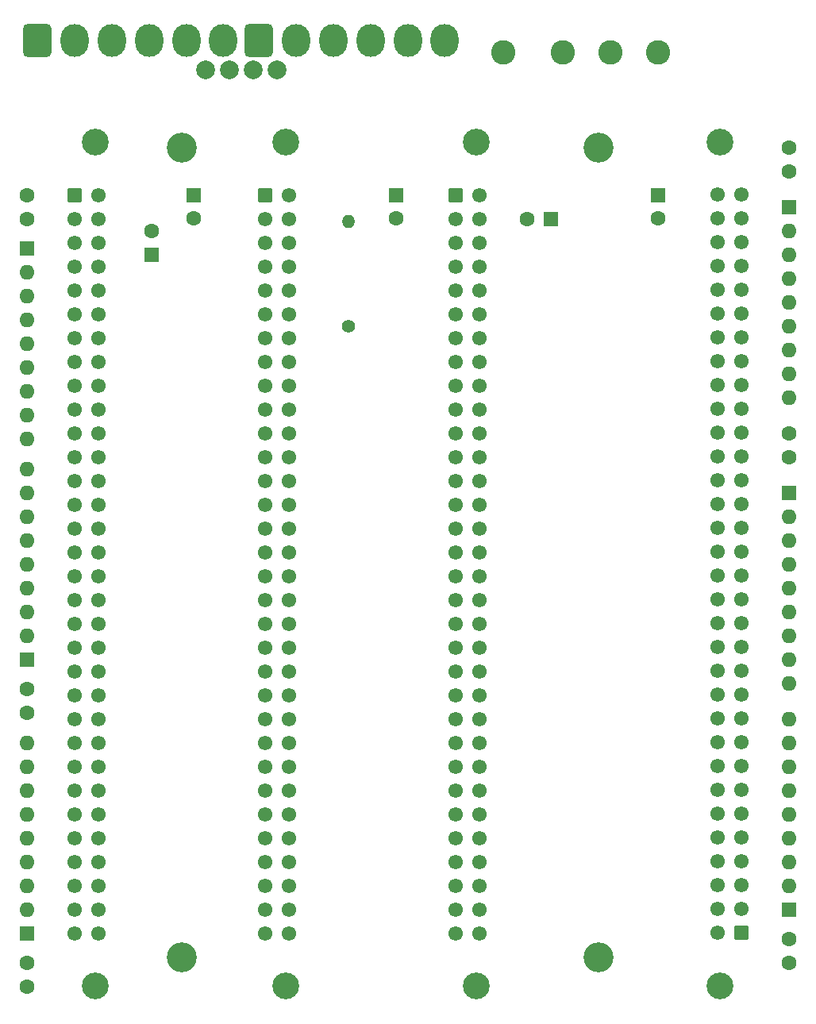
<source format=gbr>
%TF.GenerationSoftware,KiCad,Pcbnew,7.0.8+1*%
%TF.CreationDate,2023-11-05T23:31:33+01:00*%
%TF.ProjectId,QL_qplane,514c5f71-706c-4616-9e65-2e6b69636164,0.1*%
%TF.SameCoordinates,Original*%
%TF.FileFunction,Soldermask,Top*%
%TF.FilePolarity,Negative*%
%FSLAX46Y46*%
G04 Gerber Fmt 4.6, Leading zero omitted, Abs format (unit mm)*
G04 Created by KiCad (PCBNEW 7.0.8+1) date 2023-11-05 23:31:33*
%MOMM*%
%LPD*%
G01*
G04 APERTURE LIST*
G04 Aperture macros list*
%AMRoundRect*
0 Rectangle with rounded corners*
0 $1 Rounding radius*
0 $2 $3 $4 $5 $6 $7 $8 $9 X,Y pos of 4 corners*
0 Add a 4 corners polygon primitive as box body*
4,1,4,$2,$3,$4,$5,$6,$7,$8,$9,$2,$3,0*
0 Add four circle primitives for the rounded corners*
1,1,$1+$1,$2,$3*
1,1,$1+$1,$4,$5*
1,1,$1+$1,$6,$7*
1,1,$1+$1,$8,$9*
0 Add four rect primitives between the rounded corners*
20,1,$1+$1,$2,$3,$4,$5,0*
20,1,$1+$1,$4,$5,$6,$7,0*
20,1,$1+$1,$6,$7,$8,$9,0*
20,1,$1+$1,$8,$9,$2,$3,0*%
G04 Aperture macros list end*
%ADD10RoundRect,0.431034X-1.068966X-1.318966X1.068966X-1.318966X1.068966X1.318966X-1.068966X1.318966X0*%
%ADD11O,3.000000X3.500000*%
%ADD12R,1.600000X1.600000*%
%ADD13O,1.600000X1.600000*%
%ADD14C,2.600000*%
%ADD15C,1.600000*%
%ADD16C,2.850000*%
%ADD17RoundRect,0.249999X-0.525001X-0.525001X0.525001X-0.525001X0.525001X0.525001X-0.525001X0.525001X0*%
%ADD18C,1.550000*%
%ADD19RoundRect,0.249999X0.525001X0.525001X-0.525001X0.525001X-0.525001X-0.525001X0.525001X-0.525001X0*%
%ADD20C,3.200000*%
%ADD21C,2.000000*%
%ADD22C,1.400000*%
%ADD23O,1.400000X1.400000*%
G04 APERTURE END LIST*
D10*
%TO.C,P8*%
X79343000Y-46355000D03*
D11*
X83305400Y-46355000D03*
X87267800Y-46355000D03*
X91230200Y-46355000D03*
X95192600Y-46355000D03*
X99155000Y-46355000D03*
%TD*%
D10*
%TO.C,P9*%
X102965000Y-46355000D03*
D11*
X106927400Y-46355000D03*
X110889800Y-46355000D03*
X114852200Y-46355000D03*
X118814600Y-46355000D03*
X122777000Y-46355000D03*
%TD*%
D12*
%TO.C,RN3*%
X78200000Y-141605000D03*
D13*
X78200000Y-139065000D03*
X78200000Y-136525000D03*
X78200000Y-133985000D03*
X78200000Y-131445000D03*
X78200000Y-128905000D03*
X78200000Y-126365000D03*
X78200000Y-123825000D03*
X78200000Y-121285000D03*
%TD*%
D14*
%TO.C,J6*%
X140430000Y-47625000D03*
%TD*%
D12*
%TO.C,C8*%
X145510000Y-62865000D03*
D15*
X145510000Y-65365000D03*
%TD*%
D12*
%TO.C,RN4*%
X159480000Y-64135000D03*
D13*
X159480000Y-66675000D03*
X159480000Y-69215000D03*
X159480000Y-71755000D03*
X159480000Y-74295000D03*
X159480000Y-76835000D03*
X159480000Y-79375000D03*
X159480000Y-81915000D03*
X159480000Y-84455000D03*
%TD*%
D15*
%TO.C,C10*%
X78200000Y-118070000D03*
X78200000Y-115570000D03*
%TD*%
D14*
%TO.C,J8*%
X135350000Y-47625000D03*
%TD*%
D16*
%TO.C,J1*%
X85520000Y-57235000D03*
X85520000Y-147235000D03*
D17*
X83280000Y-62865000D03*
D18*
X83280000Y-65405000D03*
X83280000Y-67945000D03*
X83280000Y-70485000D03*
X83280000Y-73025000D03*
X83280000Y-75565000D03*
X83280000Y-78105000D03*
X83280000Y-80645000D03*
X83280000Y-83185000D03*
X83280000Y-85725000D03*
X83280000Y-88265000D03*
X83280000Y-90805000D03*
X83280000Y-93345000D03*
X83280000Y-95885000D03*
X83280000Y-98425000D03*
X83280000Y-100965000D03*
X83280000Y-103505000D03*
X83280000Y-106045000D03*
X83280000Y-108585000D03*
X83280000Y-111125000D03*
X83280000Y-113665000D03*
X83280000Y-116205000D03*
X83280000Y-118745000D03*
X83280000Y-121285000D03*
X83280000Y-123825000D03*
X83280000Y-126365000D03*
X83280000Y-128905000D03*
X83280000Y-131445000D03*
X83280000Y-133985000D03*
X83280000Y-136525000D03*
X83280000Y-139065000D03*
X83280000Y-141605000D03*
X85820000Y-62865000D03*
X85820000Y-65405000D03*
X85820000Y-67945000D03*
X85820000Y-70485000D03*
X85820000Y-73025000D03*
X85820000Y-75565000D03*
X85820000Y-78105000D03*
X85820000Y-80645000D03*
X85820000Y-83185000D03*
X85820000Y-85725000D03*
X85820000Y-88265000D03*
X85820000Y-90805000D03*
X85820000Y-93345000D03*
X85820000Y-95885000D03*
X85820000Y-98425000D03*
X85820000Y-100965000D03*
X85820000Y-103505000D03*
X85820000Y-106045000D03*
X85820000Y-108585000D03*
X85820000Y-111125000D03*
X85820000Y-113665000D03*
X85820000Y-116205000D03*
X85820000Y-118745000D03*
X85820000Y-121285000D03*
X85820000Y-123825000D03*
X85820000Y-126365000D03*
X85820000Y-128905000D03*
X85820000Y-131445000D03*
X85820000Y-133985000D03*
X85820000Y-136525000D03*
X85820000Y-139065000D03*
X85820000Y-141605000D03*
%TD*%
D14*
%TO.C,J5*%
X129000000Y-47625000D03*
%TD*%
D15*
%TO.C,C7*%
X159480000Y-142240000D03*
X159480000Y-144740000D03*
%TD*%
%TO.C,C9*%
X78200000Y-62885000D03*
X78200000Y-65385000D03*
%TD*%
D16*
%TO.C,J4*%
X152160000Y-147184200D03*
X152160000Y-57184200D03*
D19*
X154400000Y-141554200D03*
D18*
X154400000Y-139014200D03*
X154400000Y-136474200D03*
X154400000Y-133934200D03*
X154400000Y-131394200D03*
X154400000Y-128854200D03*
X154400000Y-126314200D03*
X154400000Y-123774200D03*
X154400000Y-121234200D03*
X154400000Y-118694200D03*
X154400000Y-116154200D03*
X154400000Y-113614200D03*
X154400000Y-111074200D03*
X154400000Y-108534200D03*
X154400000Y-105994200D03*
X154400000Y-103454200D03*
X154400000Y-100914200D03*
X154400000Y-98374200D03*
X154400000Y-95834200D03*
X154400000Y-93294200D03*
X154400000Y-90754200D03*
X154400000Y-88214200D03*
X154400000Y-85674200D03*
X154400000Y-83134200D03*
X154400000Y-80594200D03*
X154400000Y-78054200D03*
X154400000Y-75514200D03*
X154400000Y-72974200D03*
X154400000Y-70434200D03*
X154400000Y-67894200D03*
X154400000Y-65354200D03*
X154400000Y-62814200D03*
X151860000Y-141554200D03*
X151860000Y-139014200D03*
X151860000Y-136474200D03*
X151860000Y-133934200D03*
X151860000Y-131394200D03*
X151860000Y-128854200D03*
X151860000Y-126314200D03*
X151860000Y-123774200D03*
X151860000Y-121234200D03*
X151860000Y-118694200D03*
X151860000Y-116154200D03*
X151860000Y-113614200D03*
X151860000Y-111074200D03*
X151860000Y-108534200D03*
X151860000Y-105994200D03*
X151860000Y-103454200D03*
X151860000Y-100914200D03*
X151860000Y-98374200D03*
X151860000Y-95834200D03*
X151860000Y-93294200D03*
X151860000Y-90754200D03*
X151860000Y-88214200D03*
X151860000Y-85674200D03*
X151860000Y-83134200D03*
X151860000Y-80594200D03*
X151860000Y-78054200D03*
X151860000Y-75514200D03*
X151860000Y-72974200D03*
X151860000Y-70434200D03*
X151860000Y-67894200D03*
X151860000Y-65354200D03*
X151860000Y-62814200D03*
%TD*%
D20*
%TO.C,H3*%
X94710000Y-57785000D03*
%TD*%
D12*
%TO.C,RN2*%
X78200000Y-112395000D03*
D13*
X78200000Y-109855000D03*
X78200000Y-107315000D03*
X78200000Y-104775000D03*
X78200000Y-102235000D03*
X78200000Y-99695000D03*
X78200000Y-97155000D03*
X78200000Y-94615000D03*
X78200000Y-92075000D03*
%TD*%
D12*
%TO.C,RN1*%
X78200000Y-68580000D03*
D13*
X78200000Y-71120000D03*
X78200000Y-73660000D03*
X78200000Y-76200000D03*
X78200000Y-78740000D03*
X78200000Y-81280000D03*
X78200000Y-83820000D03*
X78200000Y-86360000D03*
X78200000Y-88900000D03*
%TD*%
D16*
%TO.C,J3*%
X126160000Y-57235000D03*
X126160000Y-147235000D03*
D17*
X123920000Y-62865000D03*
D18*
X123920000Y-65405000D03*
X123920000Y-67945000D03*
X123920000Y-70485000D03*
X123920000Y-73025000D03*
X123920000Y-75565000D03*
X123920000Y-78105000D03*
X123920000Y-80645000D03*
X123920000Y-83185000D03*
X123920000Y-85725000D03*
X123920000Y-88265000D03*
X123920000Y-90805000D03*
X123920000Y-93345000D03*
X123920000Y-95885000D03*
X123920000Y-98425000D03*
X123920000Y-100965000D03*
X123920000Y-103505000D03*
X123920000Y-106045000D03*
X123920000Y-108585000D03*
X123920000Y-111125000D03*
X123920000Y-113665000D03*
X123920000Y-116205000D03*
X123920000Y-118745000D03*
X123920000Y-121285000D03*
X123920000Y-123825000D03*
X123920000Y-126365000D03*
X123920000Y-128905000D03*
X123920000Y-131445000D03*
X123920000Y-133985000D03*
X123920000Y-136525000D03*
X123920000Y-139065000D03*
X123920000Y-141605000D03*
X126460000Y-62865000D03*
X126460000Y-65405000D03*
X126460000Y-67945000D03*
X126460000Y-70485000D03*
X126460000Y-73025000D03*
X126460000Y-75565000D03*
X126460000Y-78105000D03*
X126460000Y-80645000D03*
X126460000Y-83185000D03*
X126460000Y-85725000D03*
X126460000Y-88265000D03*
X126460000Y-90805000D03*
X126460000Y-93345000D03*
X126460000Y-95885000D03*
X126460000Y-98425000D03*
X126460000Y-100965000D03*
X126460000Y-103505000D03*
X126460000Y-106045000D03*
X126460000Y-108585000D03*
X126460000Y-111125000D03*
X126460000Y-113665000D03*
X126460000Y-116205000D03*
X126460000Y-118745000D03*
X126460000Y-121285000D03*
X126460000Y-123825000D03*
X126460000Y-126365000D03*
X126460000Y-128905000D03*
X126460000Y-131445000D03*
X126460000Y-133985000D03*
X126460000Y-136525000D03*
X126460000Y-139065000D03*
X126460000Y-141605000D03*
%TD*%
D12*
%TO.C,C3*%
X95980000Y-62865000D03*
D15*
X95980000Y-65365000D03*
%TD*%
D21*
%TO.C,J10*%
X99790000Y-49530000D03*
%TD*%
D12*
%TO.C,RN6*%
X159480000Y-139065000D03*
D13*
X159480000Y-136525000D03*
X159480000Y-133985000D03*
X159480000Y-131445000D03*
X159480000Y-128905000D03*
X159480000Y-126365000D03*
X159480000Y-123825000D03*
X159480000Y-121285000D03*
X159480000Y-118745000D03*
%TD*%
D15*
%TO.C,C11*%
X78200000Y-144780000D03*
X78200000Y-147280000D03*
%TD*%
D22*
%TO.C,R1*%
X112490000Y-76835000D03*
D23*
X112490000Y-65659000D03*
%TD*%
D12*
%TO.C,RN5*%
X159480000Y-94615000D03*
D13*
X159480000Y-97155000D03*
X159480000Y-99695000D03*
X159480000Y-102235000D03*
X159480000Y-104775000D03*
X159480000Y-107315000D03*
X159480000Y-109855000D03*
X159480000Y-112395000D03*
X159480000Y-114935000D03*
%TD*%
D21*
%TO.C,J11*%
X102330000Y-49530000D03*
%TD*%
%TO.C,J9*%
X97250000Y-49530000D03*
%TD*%
D12*
%TO.C,C4*%
X117570000Y-62865000D03*
D15*
X117570000Y-65365000D03*
%TD*%
D16*
%TO.C,J2*%
X105840000Y-57235000D03*
X105840000Y-147235000D03*
D17*
X103600000Y-62865000D03*
D18*
X103600000Y-65405000D03*
X103600000Y-67945000D03*
X103600000Y-70485000D03*
X103600000Y-73025000D03*
X103600000Y-75565000D03*
X103600000Y-78105000D03*
X103600000Y-80645000D03*
X103600000Y-83185000D03*
X103600000Y-85725000D03*
X103600000Y-88265000D03*
X103600000Y-90805000D03*
X103600000Y-93345000D03*
X103600000Y-95885000D03*
X103600000Y-98425000D03*
X103600000Y-100965000D03*
X103600000Y-103505000D03*
X103600000Y-106045000D03*
X103600000Y-108585000D03*
X103600000Y-111125000D03*
X103600000Y-113665000D03*
X103600000Y-116205000D03*
X103600000Y-118745000D03*
X103600000Y-121285000D03*
X103600000Y-123825000D03*
X103600000Y-126365000D03*
X103600000Y-128905000D03*
X103600000Y-131445000D03*
X103600000Y-133985000D03*
X103600000Y-136525000D03*
X103600000Y-139065000D03*
X103600000Y-141605000D03*
X106140000Y-62865000D03*
X106140000Y-65405000D03*
X106140000Y-67945000D03*
X106140000Y-70485000D03*
X106140000Y-73025000D03*
X106140000Y-75565000D03*
X106140000Y-78105000D03*
X106140000Y-80645000D03*
X106140000Y-83185000D03*
X106140000Y-85725000D03*
X106140000Y-88265000D03*
X106140000Y-90805000D03*
X106140000Y-93345000D03*
X106140000Y-95885000D03*
X106140000Y-98425000D03*
X106140000Y-100965000D03*
X106140000Y-103505000D03*
X106140000Y-106045000D03*
X106140000Y-108585000D03*
X106140000Y-111125000D03*
X106140000Y-113665000D03*
X106140000Y-116205000D03*
X106140000Y-118745000D03*
X106140000Y-121285000D03*
X106140000Y-123825000D03*
X106140000Y-126365000D03*
X106140000Y-128905000D03*
X106140000Y-131445000D03*
X106140000Y-133985000D03*
X106140000Y-136525000D03*
X106140000Y-139065000D03*
X106140000Y-141605000D03*
%TD*%
D12*
%TO.C,C2*%
X134080000Y-65405000D03*
D15*
X131580000Y-65405000D03*
%TD*%
D20*
%TO.C,H1*%
X94710000Y-144145000D03*
%TD*%
D14*
%TO.C,J7*%
X145510000Y-47625000D03*
%TD*%
D15*
%TO.C,C6*%
X159480000Y-90805000D03*
X159480000Y-88305000D03*
%TD*%
D12*
%TO.C,C1*%
X91535000Y-69215000D03*
D15*
X91535000Y-66715000D03*
%TD*%
D20*
%TO.C,H4*%
X139160000Y-57785000D03*
%TD*%
%TO.C,H2*%
X139160000Y-144145000D03*
%TD*%
D21*
%TO.C,J12*%
X104870000Y-49530000D03*
%TD*%
D15*
%TO.C,C5*%
X159480000Y-60325000D03*
X159480000Y-57825000D03*
%TD*%
M02*

</source>
